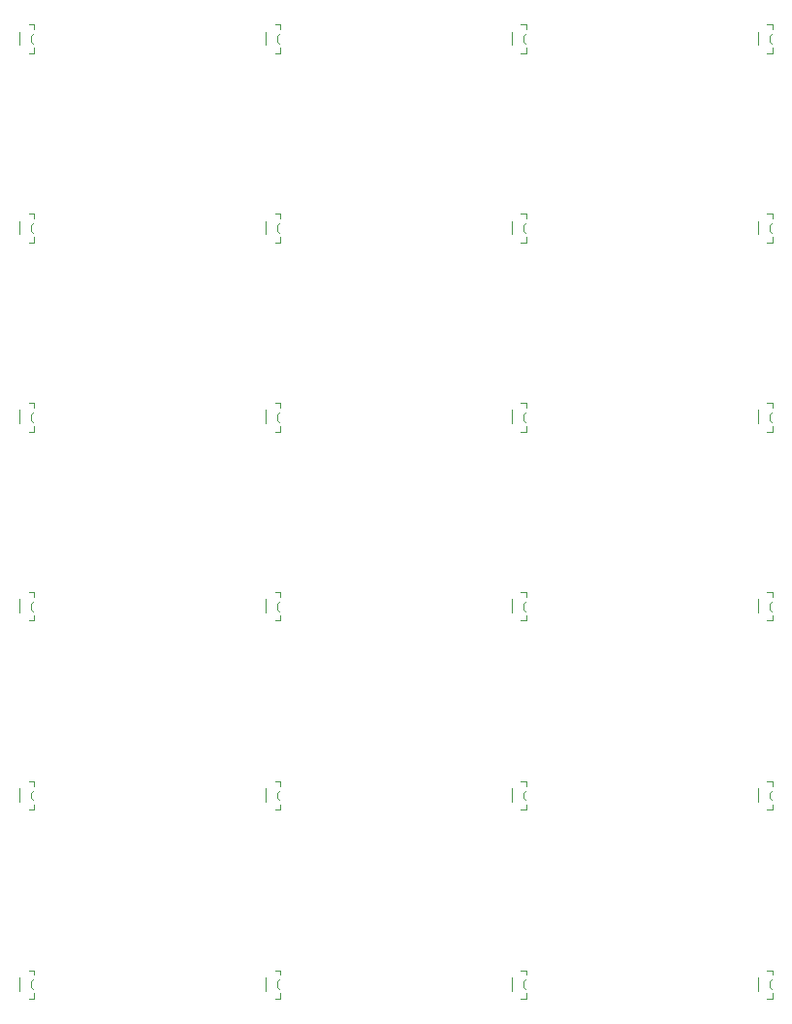
<source format=gbo>
%TF.GenerationSoftware,KiCad,Pcbnew,(5.1.6)-1*%
%TF.CreationDate,2020-09-22T23:15:15+09:00*%
%TF.ProjectId,funcdecoder_tomix_pcb_8919_rev0_panelize_94mm_97mm,66756e63-6465-4636-9f64-65725f746f6d,rev?*%
%TF.SameCoordinates,PX4c4b400PY3938700*%
%TF.FileFunction,Legend,Bot*%
%TF.FilePolarity,Positive*%
%FSLAX46Y46*%
G04 Gerber Fmt 4.6, Leading zero omitted, Abs format (unit mm)*
G04 Created by KiCad (PCBNEW (5.1.6)-1) date 2020-09-22 23:15:15*
%MOMM*%
%LPD*%
G01*
G04 APERTURE LIST*
%ADD10C,0.120000*%
%ADD11R,1.050000X1.050000*%
%ADD12R,1.300000X1.300000*%
%ADD13R,1.800000X3.600000*%
%ADD14R,0.850000X1.400000*%
%ADD15C,1.300000*%
%ADD16C,3.600000*%
G04 APERTURE END LIST*
D10*
%TO.C,D4*%
X75600000Y-89250000D02*
X75600000Y-88500000D01*
X75350000Y-89500000D02*
X75600000Y-89250000D01*
X75350000Y-90000000D02*
X75350000Y-89500000D01*
X75600000Y-90250000D02*
X75350000Y-90000000D01*
X75600000Y-91000000D02*
X75600000Y-90250000D01*
X75600000Y-91000000D02*
X75100000Y-91000000D01*
X75600000Y-88500000D02*
X75100000Y-88500000D01*
X74350000Y-90500000D02*
X74350000Y-89000000D01*
X54100000Y-89250000D02*
X54100000Y-88500000D01*
X53850000Y-89500000D02*
X54100000Y-89250000D01*
X53850000Y-90000000D02*
X53850000Y-89500000D01*
X54100000Y-90250000D02*
X53850000Y-90000000D01*
X54100000Y-91000000D02*
X54100000Y-90250000D01*
X54100000Y-91000000D02*
X53600000Y-91000000D01*
X54100000Y-88500000D02*
X53600000Y-88500000D01*
X52850000Y-90500000D02*
X52850000Y-89000000D01*
X32600000Y-89250000D02*
X32600000Y-88500000D01*
X32350000Y-89500000D02*
X32600000Y-89250000D01*
X32350000Y-90000000D02*
X32350000Y-89500000D01*
X32600000Y-90250000D02*
X32350000Y-90000000D01*
X32600000Y-91000000D02*
X32600000Y-90250000D01*
X32600000Y-91000000D02*
X32100000Y-91000000D01*
X32600000Y-88500000D02*
X32100000Y-88500000D01*
X31350000Y-90500000D02*
X31350000Y-89000000D01*
X11100000Y-89250000D02*
X11100000Y-88500000D01*
X10850000Y-89500000D02*
X11100000Y-89250000D01*
X10850000Y-90000000D02*
X10850000Y-89500000D01*
X11100000Y-90250000D02*
X10850000Y-90000000D01*
X11100000Y-91000000D02*
X11100000Y-90250000D01*
X11100000Y-91000000D02*
X10600000Y-91000000D01*
X11100000Y-88500000D02*
X10600000Y-88500000D01*
X9850000Y-90500000D02*
X9850000Y-89000000D01*
X75600000Y-72750000D02*
X75600000Y-72000000D01*
X75350000Y-73000000D02*
X75600000Y-72750000D01*
X75350000Y-73500000D02*
X75350000Y-73000000D01*
X75600000Y-73750000D02*
X75350000Y-73500000D01*
X75600000Y-74500000D02*
X75600000Y-73750000D01*
X75600000Y-74500000D02*
X75100000Y-74500000D01*
X75600000Y-72000000D02*
X75100000Y-72000000D01*
X74350000Y-74000000D02*
X74350000Y-72500000D01*
X54100000Y-72750000D02*
X54100000Y-72000000D01*
X53850000Y-73000000D02*
X54100000Y-72750000D01*
X53850000Y-73500000D02*
X53850000Y-73000000D01*
X54100000Y-73750000D02*
X53850000Y-73500000D01*
X54100000Y-74500000D02*
X54100000Y-73750000D01*
X54100000Y-74500000D02*
X53600000Y-74500000D01*
X54100000Y-72000000D02*
X53600000Y-72000000D01*
X52850000Y-74000000D02*
X52850000Y-72500000D01*
X32600000Y-72750000D02*
X32600000Y-72000000D01*
X32350000Y-73000000D02*
X32600000Y-72750000D01*
X32350000Y-73500000D02*
X32350000Y-73000000D01*
X32600000Y-73750000D02*
X32350000Y-73500000D01*
X32600000Y-74500000D02*
X32600000Y-73750000D01*
X32600000Y-74500000D02*
X32100000Y-74500000D01*
X32600000Y-72000000D02*
X32100000Y-72000000D01*
X31350000Y-74000000D02*
X31350000Y-72500000D01*
X11100000Y-72750000D02*
X11100000Y-72000000D01*
X10850000Y-73000000D02*
X11100000Y-72750000D01*
X10850000Y-73500000D02*
X10850000Y-73000000D01*
X11100000Y-73750000D02*
X10850000Y-73500000D01*
X11100000Y-74500000D02*
X11100000Y-73750000D01*
X11100000Y-74500000D02*
X10600000Y-74500000D01*
X11100000Y-72000000D02*
X10600000Y-72000000D01*
X9850000Y-74000000D02*
X9850000Y-72500000D01*
X75600000Y-56250000D02*
X75600000Y-55500000D01*
X75350000Y-56500000D02*
X75600000Y-56250000D01*
X75350000Y-57000000D02*
X75350000Y-56500000D01*
X75600000Y-57250000D02*
X75350000Y-57000000D01*
X75600000Y-58000000D02*
X75600000Y-57250000D01*
X75600000Y-58000000D02*
X75100000Y-58000000D01*
X75600000Y-55500000D02*
X75100000Y-55500000D01*
X74350000Y-57500000D02*
X74350000Y-56000000D01*
X54100000Y-56250000D02*
X54100000Y-55500000D01*
X53850000Y-56500000D02*
X54100000Y-56250000D01*
X53850000Y-57000000D02*
X53850000Y-56500000D01*
X54100000Y-57250000D02*
X53850000Y-57000000D01*
X54100000Y-58000000D02*
X54100000Y-57250000D01*
X54100000Y-58000000D02*
X53600000Y-58000000D01*
X54100000Y-55500000D02*
X53600000Y-55500000D01*
X52850000Y-57500000D02*
X52850000Y-56000000D01*
X32600000Y-56250000D02*
X32600000Y-55500000D01*
X32350000Y-56500000D02*
X32600000Y-56250000D01*
X32350000Y-57000000D02*
X32350000Y-56500000D01*
X32600000Y-57250000D02*
X32350000Y-57000000D01*
X32600000Y-58000000D02*
X32600000Y-57250000D01*
X32600000Y-58000000D02*
X32100000Y-58000000D01*
X32600000Y-55500000D02*
X32100000Y-55500000D01*
X31350000Y-57500000D02*
X31350000Y-56000000D01*
X11100000Y-56250000D02*
X11100000Y-55500000D01*
X10850000Y-56500000D02*
X11100000Y-56250000D01*
X10850000Y-57000000D02*
X10850000Y-56500000D01*
X11100000Y-57250000D02*
X10850000Y-57000000D01*
X11100000Y-58000000D02*
X11100000Y-57250000D01*
X11100000Y-58000000D02*
X10600000Y-58000000D01*
X11100000Y-55500000D02*
X10600000Y-55500000D01*
X9850000Y-57500000D02*
X9850000Y-56000000D01*
X75600000Y-39750000D02*
X75600000Y-39000000D01*
X75350000Y-40000000D02*
X75600000Y-39750000D01*
X75350000Y-40500000D02*
X75350000Y-40000000D01*
X75600000Y-40750000D02*
X75350000Y-40500000D01*
X75600000Y-41500000D02*
X75600000Y-40750000D01*
X75600000Y-41500000D02*
X75100000Y-41500000D01*
X75600000Y-39000000D02*
X75100000Y-39000000D01*
X74350000Y-41000000D02*
X74350000Y-39500000D01*
X54100000Y-39750000D02*
X54100000Y-39000000D01*
X53850000Y-40000000D02*
X54100000Y-39750000D01*
X53850000Y-40500000D02*
X53850000Y-40000000D01*
X54100000Y-40750000D02*
X53850000Y-40500000D01*
X54100000Y-41500000D02*
X54100000Y-40750000D01*
X54100000Y-41500000D02*
X53600000Y-41500000D01*
X54100000Y-39000000D02*
X53600000Y-39000000D01*
X52850000Y-41000000D02*
X52850000Y-39500000D01*
X32600000Y-39750000D02*
X32600000Y-39000000D01*
X32350000Y-40000000D02*
X32600000Y-39750000D01*
X32350000Y-40500000D02*
X32350000Y-40000000D01*
X32600000Y-40750000D02*
X32350000Y-40500000D01*
X32600000Y-41500000D02*
X32600000Y-40750000D01*
X32600000Y-41500000D02*
X32100000Y-41500000D01*
X32600000Y-39000000D02*
X32100000Y-39000000D01*
X31350000Y-41000000D02*
X31350000Y-39500000D01*
X11100000Y-39750000D02*
X11100000Y-39000000D01*
X10850000Y-40000000D02*
X11100000Y-39750000D01*
X10850000Y-40500000D02*
X10850000Y-40000000D01*
X11100000Y-40750000D02*
X10850000Y-40500000D01*
X11100000Y-41500000D02*
X11100000Y-40750000D01*
X11100000Y-41500000D02*
X10600000Y-41500000D01*
X11100000Y-39000000D02*
X10600000Y-39000000D01*
X9850000Y-41000000D02*
X9850000Y-39500000D01*
X75600000Y-23250000D02*
X75600000Y-22500000D01*
X75350000Y-23500000D02*
X75600000Y-23250000D01*
X75350000Y-24000000D02*
X75350000Y-23500000D01*
X75600000Y-24250000D02*
X75350000Y-24000000D01*
X75600000Y-25000000D02*
X75600000Y-24250000D01*
X75600000Y-25000000D02*
X75100000Y-25000000D01*
X75600000Y-22500000D02*
X75100000Y-22500000D01*
X74350000Y-24500000D02*
X74350000Y-23000000D01*
X54100000Y-23250000D02*
X54100000Y-22500000D01*
X53850000Y-23500000D02*
X54100000Y-23250000D01*
X53850000Y-24000000D02*
X53850000Y-23500000D01*
X54100000Y-24250000D02*
X53850000Y-24000000D01*
X54100000Y-25000000D02*
X54100000Y-24250000D01*
X54100000Y-25000000D02*
X53600000Y-25000000D01*
X54100000Y-22500000D02*
X53600000Y-22500000D01*
X52850000Y-24500000D02*
X52850000Y-23000000D01*
X32600000Y-23250000D02*
X32600000Y-22500000D01*
X32350000Y-23500000D02*
X32600000Y-23250000D01*
X32350000Y-24000000D02*
X32350000Y-23500000D01*
X32600000Y-24250000D02*
X32350000Y-24000000D01*
X32600000Y-25000000D02*
X32600000Y-24250000D01*
X32600000Y-25000000D02*
X32100000Y-25000000D01*
X32600000Y-22500000D02*
X32100000Y-22500000D01*
X31350000Y-24500000D02*
X31350000Y-23000000D01*
X11100000Y-23250000D02*
X11100000Y-22500000D01*
X10850000Y-23500000D02*
X11100000Y-23250000D01*
X10850000Y-24000000D02*
X10850000Y-23500000D01*
X11100000Y-24250000D02*
X10850000Y-24000000D01*
X11100000Y-25000000D02*
X11100000Y-24250000D01*
X11100000Y-25000000D02*
X10600000Y-25000000D01*
X11100000Y-22500000D02*
X10600000Y-22500000D01*
X9850000Y-24500000D02*
X9850000Y-23000000D01*
X75600000Y-6750000D02*
X75600000Y-6000000D01*
X75350000Y-7000000D02*
X75600000Y-6750000D01*
X75350000Y-7500000D02*
X75350000Y-7000000D01*
X75600000Y-7750000D02*
X75350000Y-7500000D01*
X75600000Y-8500000D02*
X75600000Y-7750000D01*
X75600000Y-8500000D02*
X75100000Y-8500000D01*
X75600000Y-6000000D02*
X75100000Y-6000000D01*
X74350000Y-8000000D02*
X74350000Y-6500000D01*
X54100000Y-6750000D02*
X54100000Y-6000000D01*
X53850000Y-7000000D02*
X54100000Y-6750000D01*
X53850000Y-7500000D02*
X53850000Y-7000000D01*
X54100000Y-7750000D02*
X53850000Y-7500000D01*
X54100000Y-8500000D02*
X54100000Y-7750000D01*
X54100000Y-8500000D02*
X53600000Y-8500000D01*
X54100000Y-6000000D02*
X53600000Y-6000000D01*
X52850000Y-8000000D02*
X52850000Y-6500000D01*
X32600000Y-6750000D02*
X32600000Y-6000000D01*
X32350000Y-7000000D02*
X32600000Y-6750000D01*
X32350000Y-7500000D02*
X32350000Y-7000000D01*
X32600000Y-7750000D02*
X32350000Y-7500000D01*
X32600000Y-8500000D02*
X32600000Y-7750000D01*
X32600000Y-8500000D02*
X32100000Y-8500000D01*
X32600000Y-6000000D02*
X32100000Y-6000000D01*
X31350000Y-8000000D02*
X31350000Y-6500000D01*
X11100000Y-6750000D02*
X11100000Y-6000000D01*
X10850000Y-7000000D02*
X11100000Y-6750000D01*
X10850000Y-7500000D02*
X10850000Y-7000000D01*
X11100000Y-7750000D02*
X10850000Y-7500000D01*
X11100000Y-8500000D02*
X11100000Y-7750000D01*
X11100000Y-8500000D02*
X10600000Y-8500000D01*
X11100000Y-6000000D02*
X10600000Y-6000000D01*
X9850000Y-8000000D02*
X9850000Y-6500000D01*
%TD*%
%LPC*%
D11*
%TO.C,J1*%
X22750000Y-86325000D03*
X22750000Y-87595000D03*
X22750000Y-88865000D03*
X22750000Y-90135000D03*
X22750000Y-91405000D03*
X22750000Y-92675000D03*
%TD*%
%TO.C,J1*%
X44250000Y-86325000D03*
X44250000Y-87595000D03*
X44250000Y-88865000D03*
X44250000Y-90135000D03*
X44250000Y-91405000D03*
X44250000Y-92675000D03*
%TD*%
%TO.C,J1*%
X44250000Y-69825000D03*
X44250000Y-71095000D03*
X44250000Y-72365000D03*
X44250000Y-73635000D03*
X44250000Y-74905000D03*
X44250000Y-76175000D03*
%TD*%
%TO.C,J1*%
X22750000Y-69825000D03*
X22750000Y-71095000D03*
X22750000Y-72365000D03*
X22750000Y-73635000D03*
X22750000Y-74905000D03*
X22750000Y-76175000D03*
%TD*%
%TO.C,J1*%
X22750000Y-53325000D03*
X22750000Y-54595000D03*
X22750000Y-55865000D03*
X22750000Y-57135000D03*
X22750000Y-58405000D03*
X22750000Y-59675000D03*
%TD*%
%TO.C,J1*%
X44250000Y-53325000D03*
X44250000Y-54595000D03*
X44250000Y-55865000D03*
X44250000Y-57135000D03*
X44250000Y-58405000D03*
X44250000Y-59675000D03*
%TD*%
%TO.C,J1*%
X65750000Y-86325000D03*
X65750000Y-87595000D03*
X65750000Y-88865000D03*
X65750000Y-90135000D03*
X65750000Y-91405000D03*
X65750000Y-92675000D03*
%TD*%
%TO.C,J1*%
X65750000Y-69825000D03*
X65750000Y-71095000D03*
X65750000Y-72365000D03*
X65750000Y-73635000D03*
X65750000Y-74905000D03*
X65750000Y-76175000D03*
%TD*%
%TO.C,J1*%
X65750000Y-53325000D03*
X65750000Y-54595000D03*
X65750000Y-55865000D03*
X65750000Y-57135000D03*
X65750000Y-58405000D03*
X65750000Y-59675000D03*
%TD*%
%TO.C,J1*%
X87250000Y-86325000D03*
X87250000Y-87595000D03*
X87250000Y-88865000D03*
X87250000Y-90135000D03*
X87250000Y-91405000D03*
X87250000Y-92675000D03*
%TD*%
%TO.C,J1*%
X87250000Y-69825000D03*
X87250000Y-71095000D03*
X87250000Y-72365000D03*
X87250000Y-73635000D03*
X87250000Y-74905000D03*
X87250000Y-76175000D03*
%TD*%
%TO.C,J1*%
X87250000Y-53325000D03*
X87250000Y-54595000D03*
X87250000Y-55865000D03*
X87250000Y-57135000D03*
X87250000Y-58405000D03*
X87250000Y-59675000D03*
%TD*%
%TO.C,J1*%
X87250000Y-36825000D03*
X87250000Y-38095000D03*
X87250000Y-39365000D03*
X87250000Y-40635000D03*
X87250000Y-41905000D03*
X87250000Y-43175000D03*
%TD*%
%TO.C,J1*%
X65750000Y-36825000D03*
X65750000Y-38095000D03*
X65750000Y-39365000D03*
X65750000Y-40635000D03*
X65750000Y-41905000D03*
X65750000Y-43175000D03*
%TD*%
%TO.C,J1*%
X44250000Y-36825000D03*
X44250000Y-38095000D03*
X44250000Y-39365000D03*
X44250000Y-40635000D03*
X44250000Y-41905000D03*
X44250000Y-43175000D03*
%TD*%
%TO.C,J1*%
X22750000Y-36825000D03*
X22750000Y-38095000D03*
X22750000Y-39365000D03*
X22750000Y-40635000D03*
X22750000Y-41905000D03*
X22750000Y-43175000D03*
%TD*%
%TO.C,J1*%
X87250000Y-20325000D03*
X87250000Y-21595000D03*
X87250000Y-22865000D03*
X87250000Y-24135000D03*
X87250000Y-25405000D03*
X87250000Y-26675000D03*
%TD*%
%TO.C,J1*%
X65750000Y-20325000D03*
X65750000Y-21595000D03*
X65750000Y-22865000D03*
X65750000Y-24135000D03*
X65750000Y-25405000D03*
X65750000Y-26675000D03*
%TD*%
%TO.C,J1*%
X44250000Y-20325000D03*
X44250000Y-21595000D03*
X44250000Y-22865000D03*
X44250000Y-24135000D03*
X44250000Y-25405000D03*
X44250000Y-26675000D03*
%TD*%
%TO.C,J1*%
X22750000Y-20325000D03*
X22750000Y-21595000D03*
X22750000Y-22865000D03*
X22750000Y-24135000D03*
X22750000Y-25405000D03*
X22750000Y-26675000D03*
%TD*%
%TO.C,J1*%
X87250000Y-3825000D03*
X87250000Y-5095000D03*
X87250000Y-6365000D03*
X87250000Y-7635000D03*
X87250000Y-8905000D03*
X87250000Y-10175000D03*
%TD*%
%TO.C,J1*%
X65750000Y-3825000D03*
X65750000Y-5095000D03*
X65750000Y-6365000D03*
X65750000Y-7635000D03*
X65750000Y-8905000D03*
X65750000Y-10175000D03*
%TD*%
%TO.C,J1*%
X44250000Y-3825000D03*
X44250000Y-5095000D03*
X44250000Y-6365000D03*
X44250000Y-7635000D03*
X44250000Y-8905000D03*
X44250000Y-10175000D03*
%TD*%
%TO.C,J1*%
X22750000Y-3825000D03*
X22750000Y-5095000D03*
X22750000Y-6365000D03*
X22750000Y-7635000D03*
X22750000Y-8905000D03*
X22750000Y-10175000D03*
%TD*%
D12*
%TO.C,PAD2*%
X85500000Y-88750000D03*
%TD*%
%TO.C,PAD2*%
X64000000Y-88750000D03*
%TD*%
%TO.C,PAD2*%
X42500000Y-88750000D03*
%TD*%
%TO.C,PAD2*%
X21000000Y-88750000D03*
%TD*%
%TO.C,PAD2*%
X85500000Y-72250000D03*
%TD*%
%TO.C,PAD2*%
X64000000Y-72250000D03*
%TD*%
%TO.C,PAD2*%
X42500000Y-72250000D03*
%TD*%
%TO.C,PAD2*%
X21000000Y-72250000D03*
%TD*%
%TO.C,PAD2*%
X85500000Y-55750000D03*
%TD*%
%TO.C,PAD2*%
X64000000Y-55750000D03*
%TD*%
%TO.C,PAD2*%
X42500000Y-55750000D03*
%TD*%
%TO.C,PAD2*%
X21000000Y-55750000D03*
%TD*%
%TO.C,PAD2*%
X85500000Y-39250000D03*
%TD*%
%TO.C,PAD2*%
X64000000Y-39250000D03*
%TD*%
%TO.C,PAD2*%
X42500000Y-39250000D03*
%TD*%
%TO.C,PAD2*%
X21000000Y-39250000D03*
%TD*%
%TO.C,PAD2*%
X85500000Y-22750000D03*
%TD*%
%TO.C,PAD2*%
X64000000Y-22750000D03*
%TD*%
%TO.C,PAD2*%
X42500000Y-22750000D03*
%TD*%
%TO.C,PAD2*%
X21000000Y-22750000D03*
%TD*%
%TO.C,PAD2*%
X85500000Y-6250000D03*
%TD*%
%TO.C,PAD2*%
X64000000Y-6250000D03*
%TD*%
%TO.C,PAD2*%
X42500000Y-6250000D03*
%TD*%
%TO.C,PAD1*%
X77750000Y-92500000D03*
%TD*%
%TO.C,PAD1*%
X56250000Y-92500000D03*
%TD*%
%TO.C,PAD1*%
X34750000Y-92500000D03*
%TD*%
%TO.C,PAD1*%
X13250000Y-92500000D03*
%TD*%
%TO.C,PAD1*%
X77750000Y-76000000D03*
%TD*%
%TO.C,PAD1*%
X56250000Y-76000000D03*
%TD*%
%TO.C,PAD1*%
X34750000Y-76000000D03*
%TD*%
%TO.C,PAD1*%
X13250000Y-76000000D03*
%TD*%
%TO.C,PAD1*%
X77750000Y-59500000D03*
%TD*%
%TO.C,PAD1*%
X56250000Y-59500000D03*
%TD*%
%TO.C,PAD1*%
X34750000Y-59500000D03*
%TD*%
%TO.C,PAD1*%
X13250000Y-59500000D03*
%TD*%
%TO.C,PAD1*%
X77750000Y-43000000D03*
%TD*%
%TO.C,PAD1*%
X56250000Y-43000000D03*
%TD*%
%TO.C,PAD1*%
X34750000Y-43000000D03*
%TD*%
%TO.C,PAD1*%
X13250000Y-43000000D03*
%TD*%
%TO.C,PAD1*%
X77750000Y-26500000D03*
%TD*%
%TO.C,PAD1*%
X56250000Y-26500000D03*
%TD*%
%TO.C,PAD1*%
X34750000Y-26500000D03*
%TD*%
%TO.C,PAD1*%
X13250000Y-26500000D03*
%TD*%
%TO.C,PAD1*%
X77750000Y-10000000D03*
%TD*%
%TO.C,PAD1*%
X56250000Y-10000000D03*
%TD*%
%TO.C,PAD1*%
X34750000Y-10000000D03*
%TD*%
D13*
%TO.C,J3*%
X75000000Y-95000000D03*
%TD*%
%TO.C,J3*%
X53500000Y-95000000D03*
%TD*%
%TO.C,J3*%
X32000000Y-95000000D03*
%TD*%
%TO.C,J3*%
X10500000Y-95000000D03*
%TD*%
%TO.C,J3*%
X75000000Y-78500000D03*
%TD*%
%TO.C,J3*%
X53500000Y-78500000D03*
%TD*%
%TO.C,J3*%
X32000000Y-78500000D03*
%TD*%
%TO.C,J3*%
X10500000Y-78500000D03*
%TD*%
%TO.C,J3*%
X75000000Y-62000000D03*
%TD*%
%TO.C,J3*%
X53500000Y-62000000D03*
%TD*%
%TO.C,J3*%
X32000000Y-62000000D03*
%TD*%
%TO.C,J3*%
X10500000Y-62000000D03*
%TD*%
%TO.C,J3*%
X75000000Y-45500000D03*
%TD*%
%TO.C,J3*%
X53500000Y-45500000D03*
%TD*%
%TO.C,J3*%
X32000000Y-45500000D03*
%TD*%
%TO.C,J3*%
X10500000Y-45500000D03*
%TD*%
%TO.C,J3*%
X75000000Y-29000000D03*
%TD*%
%TO.C,J3*%
X53500000Y-29000000D03*
%TD*%
%TO.C,J3*%
X32000000Y-29000000D03*
%TD*%
%TO.C,J3*%
X10500000Y-29000000D03*
%TD*%
%TO.C,J3*%
X75000000Y-12500000D03*
%TD*%
%TO.C,J3*%
X53500000Y-12500000D03*
%TD*%
%TO.C,J3*%
X32000000Y-12500000D03*
%TD*%
%TO.C,J2*%
X75000000Y-84500000D03*
%TD*%
%TO.C,J2*%
X53500000Y-84500000D03*
%TD*%
%TO.C,J2*%
X32000000Y-84500000D03*
%TD*%
%TO.C,J2*%
X10500000Y-84500000D03*
%TD*%
%TO.C,J2*%
X75000000Y-68000000D03*
%TD*%
%TO.C,J2*%
X53500000Y-68000000D03*
%TD*%
%TO.C,J2*%
X32000000Y-68000000D03*
%TD*%
%TO.C,J2*%
X10500000Y-68000000D03*
%TD*%
%TO.C,J2*%
X75000000Y-51500000D03*
%TD*%
%TO.C,J2*%
X53500000Y-51500000D03*
%TD*%
%TO.C,J2*%
X32000000Y-51500000D03*
%TD*%
%TO.C,J2*%
X10500000Y-51500000D03*
%TD*%
%TO.C,J2*%
X75000000Y-35000000D03*
%TD*%
%TO.C,J2*%
X53500000Y-35000000D03*
%TD*%
%TO.C,J2*%
X32000000Y-35000000D03*
%TD*%
%TO.C,J2*%
X10500000Y-35000000D03*
%TD*%
%TO.C,J2*%
X75000000Y-18500000D03*
%TD*%
%TO.C,J2*%
X53500000Y-18500000D03*
%TD*%
%TO.C,J2*%
X32000000Y-18500000D03*
%TD*%
%TO.C,J2*%
X10500000Y-18500000D03*
%TD*%
%TO.C,J2*%
X75000000Y-2000000D03*
%TD*%
%TO.C,J2*%
X53500000Y-2000000D03*
%TD*%
%TO.C,J2*%
X32000000Y-2000000D03*
%TD*%
D14*
%TO.C,D4*%
X74725000Y-91050000D03*
X74725000Y-88450000D03*
%TD*%
%TO.C,D4*%
X53225000Y-91050000D03*
X53225000Y-88450000D03*
%TD*%
%TO.C,D4*%
X31725000Y-91050000D03*
X31725000Y-88450000D03*
%TD*%
%TO.C,D4*%
X10225000Y-91050000D03*
X10225000Y-88450000D03*
%TD*%
%TO.C,D4*%
X74725000Y-74550000D03*
X74725000Y-71950000D03*
%TD*%
%TO.C,D4*%
X53225000Y-74550000D03*
X53225000Y-71950000D03*
%TD*%
%TO.C,D4*%
X31725000Y-74550000D03*
X31725000Y-71950000D03*
%TD*%
%TO.C,D4*%
X10225000Y-74550000D03*
X10225000Y-71950000D03*
%TD*%
%TO.C,D4*%
X74725000Y-58050000D03*
X74725000Y-55450000D03*
%TD*%
%TO.C,D4*%
X53225000Y-58050000D03*
X53225000Y-55450000D03*
%TD*%
%TO.C,D4*%
X31725000Y-58050000D03*
X31725000Y-55450000D03*
%TD*%
%TO.C,D4*%
X10225000Y-58050000D03*
X10225000Y-55450000D03*
%TD*%
%TO.C,D4*%
X74725000Y-41550000D03*
X74725000Y-38950000D03*
%TD*%
%TO.C,D4*%
X53225000Y-41550000D03*
X53225000Y-38950000D03*
%TD*%
%TO.C,D4*%
X31725000Y-41550000D03*
X31725000Y-38950000D03*
%TD*%
%TO.C,D4*%
X10225000Y-41550000D03*
X10225000Y-38950000D03*
%TD*%
%TO.C,D4*%
X74725000Y-25050000D03*
X74725000Y-22450000D03*
%TD*%
%TO.C,D4*%
X53225000Y-25050000D03*
X53225000Y-22450000D03*
%TD*%
%TO.C,D4*%
X31725000Y-25050000D03*
X31725000Y-22450000D03*
%TD*%
%TO.C,D4*%
X10225000Y-25050000D03*
X10225000Y-22450000D03*
%TD*%
%TO.C,D4*%
X74725000Y-8550000D03*
X74725000Y-5950000D03*
%TD*%
%TO.C,D4*%
X53225000Y-8550000D03*
X53225000Y-5950000D03*
%TD*%
%TO.C,D4*%
X31725000Y-8550000D03*
X31725000Y-5950000D03*
%TD*%
D15*
%TO.C,H\u002A\u002A*%
X84000000Y-89750000D03*
%TD*%
%TO.C,H\u002A\u002A*%
X62500000Y-89750000D03*
%TD*%
%TO.C,H\u002A\u002A*%
X41000000Y-89750000D03*
%TD*%
%TO.C,H\u002A\u002A*%
X19500000Y-89750000D03*
%TD*%
%TO.C,H\u002A\u002A*%
X84000000Y-73250000D03*
%TD*%
%TO.C,H\u002A\u002A*%
X62500000Y-73250000D03*
%TD*%
%TO.C,H\u002A\u002A*%
X41000000Y-73250000D03*
%TD*%
%TO.C,H\u002A\u002A*%
X19500000Y-73250000D03*
%TD*%
%TO.C,H\u002A\u002A*%
X84000000Y-56750000D03*
%TD*%
%TO.C,H\u002A\u002A*%
X62500000Y-56750000D03*
%TD*%
%TO.C,H\u002A\u002A*%
X41000000Y-56750000D03*
%TD*%
%TO.C,H\u002A\u002A*%
X19500000Y-56750000D03*
%TD*%
%TO.C,H\u002A\u002A*%
X84000000Y-40250000D03*
%TD*%
%TO.C,H\u002A\u002A*%
X62500000Y-40250000D03*
%TD*%
%TO.C,H\u002A\u002A*%
X41000000Y-40250000D03*
%TD*%
%TO.C,H\u002A\u002A*%
X19500000Y-40250000D03*
%TD*%
%TO.C,H\u002A\u002A*%
X84000000Y-23750000D03*
%TD*%
%TO.C,H\u002A\u002A*%
X62500000Y-23750000D03*
%TD*%
%TO.C,H\u002A\u002A*%
X41000000Y-23750000D03*
%TD*%
%TO.C,H\u002A\u002A*%
X19500000Y-23750000D03*
%TD*%
%TO.C,H\u002A\u002A*%
X84000000Y-7250000D03*
%TD*%
%TO.C,H\u002A\u002A*%
X62500000Y-7250000D03*
%TD*%
%TO.C,H\u002A\u002A*%
X41000000Y-7250000D03*
%TD*%
D16*
%TO.C,H\u002A\u002A*%
X77300000Y-89750000D03*
%TD*%
%TO.C,H\u002A\u002A*%
X55800000Y-89750000D03*
%TD*%
%TO.C,H\u002A\u002A*%
X34300000Y-89750000D03*
%TD*%
%TO.C,H\u002A\u002A*%
X12800000Y-89750000D03*
%TD*%
%TO.C,H\u002A\u002A*%
X77300000Y-73250000D03*
%TD*%
%TO.C,H\u002A\u002A*%
X55800000Y-73250000D03*
%TD*%
%TO.C,H\u002A\u002A*%
X34300000Y-73250000D03*
%TD*%
%TO.C,H\u002A\u002A*%
X12800000Y-73250000D03*
%TD*%
%TO.C,H\u002A\u002A*%
X77300000Y-56750000D03*
%TD*%
%TO.C,H\u002A\u002A*%
X55800000Y-56750000D03*
%TD*%
%TO.C,H\u002A\u002A*%
X34300000Y-56750000D03*
%TD*%
%TO.C,H\u002A\u002A*%
X12800000Y-56750000D03*
%TD*%
%TO.C,H\u002A\u002A*%
X77300000Y-40250000D03*
%TD*%
%TO.C,H\u002A\u002A*%
X55800000Y-40250000D03*
%TD*%
%TO.C,H\u002A\u002A*%
X34300000Y-40250000D03*
%TD*%
%TO.C,H\u002A\u002A*%
X12800000Y-40250000D03*
%TD*%
%TO.C,H\u002A\u002A*%
X77300000Y-23750000D03*
%TD*%
%TO.C,H\u002A\u002A*%
X55800000Y-23750000D03*
%TD*%
%TO.C,H\u002A\u002A*%
X34300000Y-23750000D03*
%TD*%
%TO.C,H\u002A\u002A*%
X12800000Y-23750000D03*
%TD*%
%TO.C,H\u002A\u002A*%
X77300000Y-7250000D03*
%TD*%
%TO.C,H\u002A\u002A*%
X55800000Y-7250000D03*
%TD*%
%TO.C,H\u002A\u002A*%
X34300000Y-7250000D03*
%TD*%
D15*
%TO.C,H\u002A\u002A*%
X19500000Y-7250000D03*
%TD*%
D16*
%TO.C,H\u002A\u002A*%
X12800000Y-7250000D03*
%TD*%
D14*
%TO.C,D4*%
X10225000Y-8550000D03*
X10225000Y-5950000D03*
%TD*%
D13*
%TO.C,J2*%
X10500000Y-2000000D03*
%TD*%
%TO.C,J3*%
X10500000Y-12500000D03*
%TD*%
D12*
%TO.C,PAD1*%
X13250000Y-10000000D03*
%TD*%
%TO.C,PAD2*%
X21000000Y-6250000D03*
%TD*%
M02*

</source>
